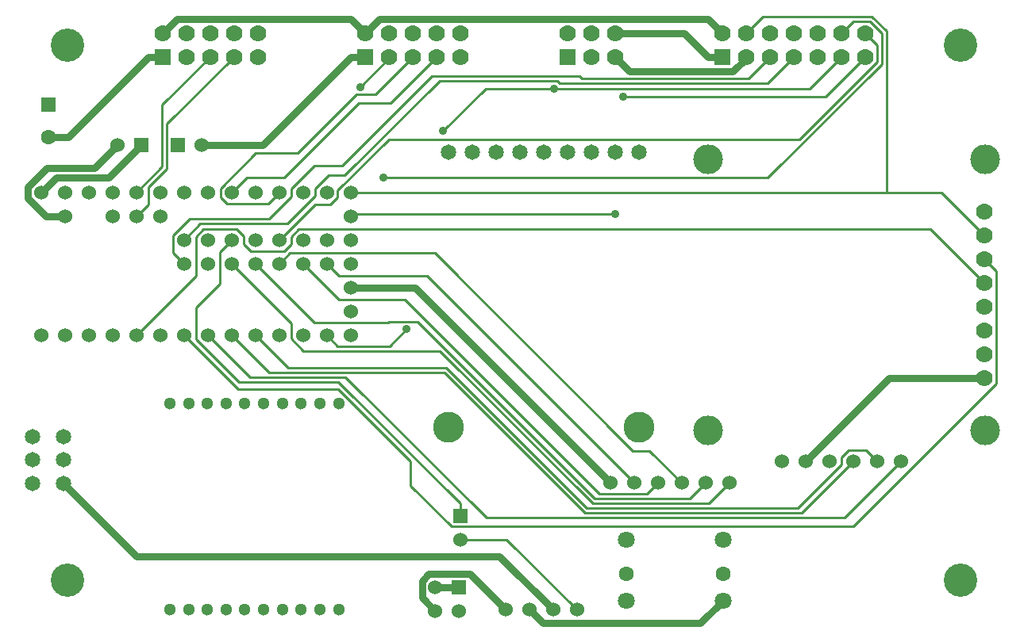
<source format=gtl>
G04 (created by PCBNEW (2013-jul-07)-stable) date Mon 24 Nov 2014 01:20:38 PM PST*
%MOIN*%
G04 Gerber Fmt 3.4, Leading zero omitted, Abs format*
%FSLAX34Y34*%
G01*
G70*
G90*
G04 APERTURE LIST*
%ADD10C,0.00590551*%
%ADD11C,0.0511811*%
%ADD12C,0.06*%
%ADD13R,0.06X0.06*%
%ADD14C,0.0629921*%
%ADD15C,0.0708661*%
%ADD16C,0.065*%
%ADD17C,0.13*%
%ADD18C,0.07*%
%ADD19C,0.125*%
%ADD20R,0.07X0.07*%
%ADD21R,0.063X0.063*%
%ADD22C,0.063*%
%ADD23C,0.14*%
%ADD24C,0.035*%
%ADD25C,0.03*%
%ADD26C,0.01*%
G04 APERTURE END LIST*
G54D10*
G54D11*
X23893Y-27569D03*
X23105Y-27569D03*
X22318Y-27569D03*
X21531Y-27569D03*
X20743Y-27569D03*
X19956Y-27569D03*
X19168Y-27569D03*
X18381Y-27569D03*
X17594Y-27569D03*
X16806Y-27569D03*
X16806Y-36230D03*
X17594Y-36230D03*
X18381Y-36230D03*
X19168Y-36230D03*
X19956Y-36230D03*
X20743Y-36230D03*
X21531Y-36230D03*
X22318Y-36230D03*
X23105Y-36230D03*
X23893Y-36230D03*
G54D12*
X11400Y-24700D03*
X12400Y-24700D03*
X13400Y-24700D03*
X14400Y-24700D03*
X15400Y-24700D03*
X16400Y-24700D03*
X17400Y-24700D03*
X18400Y-24700D03*
X19400Y-24700D03*
X20400Y-24700D03*
X21400Y-24700D03*
X22400Y-24700D03*
X23400Y-24700D03*
X24400Y-24700D03*
X24400Y-23700D03*
X24400Y-22700D03*
X24400Y-21700D03*
X24400Y-20700D03*
X24400Y-19700D03*
X24400Y-18700D03*
X23400Y-18700D03*
X22400Y-18700D03*
X21400Y-18700D03*
X20400Y-18700D03*
X19400Y-18700D03*
X18400Y-18700D03*
X17400Y-18700D03*
X16400Y-18700D03*
X15400Y-18700D03*
X14400Y-18700D03*
X13400Y-18700D03*
X12400Y-18700D03*
X11400Y-18700D03*
X17400Y-21700D03*
X18400Y-21700D03*
X19400Y-21700D03*
X20400Y-21700D03*
X21400Y-21700D03*
X22400Y-21700D03*
X23400Y-21700D03*
X23400Y-20700D03*
X22400Y-20700D03*
X21400Y-20700D03*
X20400Y-20700D03*
X19400Y-20700D03*
X18400Y-20700D03*
X17400Y-20700D03*
X16400Y-19700D03*
X15400Y-19700D03*
X14400Y-19700D03*
X12400Y-19700D03*
X35300Y-30900D03*
X36300Y-30900D03*
X37300Y-30900D03*
X38300Y-30900D03*
X39300Y-30900D03*
X40300Y-30900D03*
X33900Y-36250D03*
X32900Y-36250D03*
X31900Y-36250D03*
X30900Y-36250D03*
G54D13*
X28950Y-35300D03*
G54D12*
X28950Y-36300D03*
X27950Y-35300D03*
X27950Y-36300D03*
G54D13*
X17140Y-16700D03*
G54D12*
X18140Y-16700D03*
G54D13*
X15600Y-16700D03*
G54D12*
X14600Y-16700D03*
G54D13*
X29000Y-32300D03*
G54D12*
X29000Y-33300D03*
X42500Y-30000D03*
X43500Y-30000D03*
X44500Y-30000D03*
X45500Y-30000D03*
X46500Y-30000D03*
X47500Y-30000D03*
G54D14*
X35972Y-34750D03*
X40027Y-34750D03*
G54D15*
X35972Y-33293D03*
X35976Y-35852D03*
X40027Y-33293D03*
X40027Y-35852D03*
G54D16*
X12350Y-30930D03*
X12350Y-29950D03*
X12350Y-28970D03*
X11050Y-28970D03*
X11050Y-29950D03*
X11050Y-30930D03*
X36500Y-17000D03*
X35500Y-17000D03*
X34500Y-17000D03*
X33500Y-17000D03*
X32500Y-17000D03*
X31500Y-17000D03*
X30500Y-17000D03*
X29500Y-17000D03*
G54D17*
X36500Y-28560D03*
X28500Y-28560D03*
G54D16*
X28500Y-17000D03*
G54D18*
X51000Y-19500D03*
X51000Y-20500D03*
X51000Y-21500D03*
X51000Y-22500D03*
X51000Y-23500D03*
X51000Y-24500D03*
X51000Y-25500D03*
X51000Y-26500D03*
G54D19*
X51030Y-17290D03*
X51030Y-28710D03*
X39410Y-17290D03*
X39410Y-28710D03*
G54D20*
X40000Y-13000D03*
G54D18*
X40000Y-12000D03*
X41000Y-13000D03*
X41000Y-12000D03*
X42000Y-13000D03*
X42000Y-12000D03*
X43000Y-13000D03*
X43000Y-12000D03*
X44000Y-13000D03*
X44000Y-12000D03*
X45000Y-13000D03*
X45000Y-12000D03*
X46000Y-13000D03*
X46000Y-12000D03*
G54D20*
X16500Y-13000D03*
G54D18*
X16500Y-12000D03*
X17500Y-13000D03*
X17500Y-12000D03*
X18500Y-13000D03*
X18500Y-12000D03*
X19500Y-13000D03*
X19500Y-12000D03*
X20500Y-13000D03*
X20500Y-12000D03*
G54D20*
X25000Y-13000D03*
G54D18*
X25000Y-12000D03*
X26000Y-13000D03*
X26000Y-12000D03*
X27000Y-13000D03*
X27000Y-12000D03*
X28000Y-13000D03*
X28000Y-12000D03*
X29000Y-13000D03*
X29000Y-12000D03*
G54D20*
X33500Y-13000D03*
G54D18*
X33500Y-12000D03*
X34500Y-13000D03*
X34500Y-12000D03*
X35500Y-13000D03*
X35500Y-12000D03*
G54D21*
X11690Y-14991D03*
G54D22*
X11690Y-16369D03*
G54D23*
X50000Y-35000D03*
X50000Y-12500D03*
X12500Y-35000D03*
X12500Y-12500D03*
G54D24*
X35506Y-19594D03*
X32944Y-14317D03*
X28282Y-16106D03*
X35850Y-14653D03*
X25784Y-18077D03*
X26749Y-24450D03*
X24796Y-14251D03*
G54D25*
X27950Y-35300D02*
X28950Y-35300D01*
X36100Y-13600D02*
X35500Y-13000D01*
X40453Y-13600D02*
X36100Y-13600D01*
X41000Y-13053D02*
X40453Y-13600D01*
X41000Y-13000D02*
X41000Y-13053D01*
X29399Y-34749D02*
X30900Y-36250D01*
X27688Y-34749D02*
X29399Y-34749D01*
X27399Y-35038D02*
X27688Y-34749D01*
X27399Y-35749D02*
X27399Y-35038D01*
X27950Y-36300D02*
X27399Y-35749D01*
G54D26*
X30950Y-33300D02*
X33900Y-36250D01*
X29000Y-33300D02*
X30950Y-33300D01*
G54D25*
X27100Y-22700D02*
X24400Y-22700D01*
X35300Y-30900D02*
X27100Y-22700D01*
X12031Y-18068D02*
X11400Y-18700D01*
X14231Y-18068D02*
X12031Y-18068D01*
X15600Y-16700D02*
X14231Y-18068D01*
X30647Y-33997D02*
X32900Y-36250D01*
X15417Y-33997D02*
X30647Y-33997D01*
X12350Y-30930D02*
X15417Y-33997D01*
X17100Y-11399D02*
X16500Y-12000D01*
X24399Y-11399D02*
X17100Y-11399D01*
X25000Y-12000D02*
X24399Y-11399D01*
X39399Y-11399D02*
X40000Y-12000D01*
X25600Y-11399D02*
X39399Y-11399D01*
X25000Y-12000D02*
X25600Y-11399D01*
G54D26*
X16948Y-21248D02*
X17400Y-21700D01*
X16948Y-20499D02*
X16948Y-21248D01*
X17646Y-19802D02*
X16948Y-20499D01*
X20968Y-19802D02*
X17646Y-19802D01*
X21900Y-18870D02*
X20968Y-19802D01*
X21900Y-18545D02*
X21900Y-18870D01*
X22886Y-17558D02*
X21900Y-18545D01*
X24041Y-17558D02*
X22886Y-17558D01*
X27808Y-13792D02*
X24041Y-17558D01*
X34001Y-13792D02*
X27808Y-13792D01*
X34109Y-13900D02*
X34001Y-13792D01*
X41099Y-13900D02*
X34109Y-13900D01*
X42000Y-13000D02*
X41099Y-13900D01*
X18086Y-20013D02*
X17400Y-20700D01*
X21727Y-20013D02*
X18086Y-20013D01*
X22900Y-18841D02*
X21727Y-20013D01*
X22900Y-18549D02*
X22900Y-18841D01*
X23466Y-17983D02*
X22900Y-18549D01*
X24141Y-17983D02*
X23466Y-17983D01*
X28132Y-13992D02*
X24141Y-17983D01*
X33078Y-13992D02*
X28132Y-13992D01*
X33188Y-14102D02*
X33078Y-13992D01*
X41897Y-14102D02*
X33188Y-14102D01*
X43000Y-13000D02*
X41897Y-14102D01*
X24505Y-19594D02*
X24400Y-19700D01*
X35506Y-19594D02*
X24505Y-19594D01*
X43682Y-14317D02*
X32944Y-14317D01*
X45000Y-13000D02*
X43682Y-14317D01*
X30072Y-14317D02*
X28282Y-16106D01*
X32944Y-14317D02*
X30072Y-14317D01*
X44346Y-14653D02*
X35850Y-14653D01*
X46000Y-13000D02*
X44346Y-14653D01*
X22900Y-19200D02*
X21400Y-20700D01*
X23556Y-19200D02*
X22900Y-19200D01*
X23850Y-18906D02*
X23556Y-19200D01*
X23850Y-18613D02*
X23850Y-18906D01*
X26008Y-16455D02*
X23850Y-18613D01*
X43253Y-16455D02*
X26008Y-16455D01*
X46507Y-13200D02*
X43253Y-16455D01*
X46507Y-12507D02*
X46507Y-13200D01*
X46000Y-12000D02*
X46507Y-12507D01*
X45502Y-11497D02*
X45000Y-12000D01*
X46205Y-11497D02*
X45502Y-11497D01*
X46707Y-11999D02*
X46205Y-11497D01*
X46707Y-13290D02*
X46707Y-11999D01*
X41920Y-18077D02*
X46707Y-13290D01*
X25784Y-18077D02*
X41920Y-18077D01*
X29000Y-32300D02*
X29000Y-31849D01*
X18900Y-21200D02*
X19400Y-20700D01*
X18900Y-22539D02*
X18900Y-21200D01*
X17921Y-23517D02*
X18900Y-22539D01*
X17921Y-24872D02*
X17921Y-23517D01*
X19711Y-26662D02*
X17921Y-24872D01*
X23883Y-26662D02*
X19711Y-26662D01*
X29000Y-31779D02*
X23883Y-26662D01*
X29000Y-31849D02*
X29000Y-31779D01*
X23900Y-22200D02*
X23400Y-21700D01*
X27600Y-22200D02*
X23900Y-22200D01*
X36300Y-30900D02*
X27600Y-22200D01*
X23900Y-23200D02*
X22400Y-21700D01*
X26688Y-23200D02*
X23900Y-23200D01*
X34849Y-31361D02*
X26688Y-23200D01*
X36838Y-31361D02*
X34849Y-31361D01*
X37300Y-30900D02*
X36838Y-31361D01*
X21850Y-21249D02*
X21400Y-21700D01*
X27938Y-21249D02*
X21850Y-21249D01*
X36242Y-29554D02*
X27938Y-21249D01*
X36954Y-29554D02*
X36242Y-29554D01*
X38300Y-30900D02*
X36954Y-29554D01*
X21900Y-24200D02*
X19400Y-21700D01*
X21900Y-24842D02*
X21900Y-24200D01*
X22411Y-25353D02*
X21900Y-24842D01*
X28149Y-25353D02*
X22411Y-25353D01*
X34569Y-31774D02*
X28149Y-25353D01*
X39425Y-31774D02*
X34569Y-31774D01*
X40300Y-30900D02*
X39425Y-31774D01*
X22862Y-24162D02*
X20400Y-21700D01*
X25968Y-24162D02*
X22862Y-24162D01*
X26005Y-24124D02*
X25968Y-24162D01*
X27203Y-24124D02*
X26005Y-24124D01*
X34640Y-31561D02*
X27203Y-24124D01*
X38638Y-31561D02*
X34640Y-31561D01*
X39300Y-30900D02*
X38638Y-31561D01*
X17900Y-22200D02*
X15400Y-24700D01*
X17900Y-20558D02*
X17900Y-22200D01*
X18209Y-20249D02*
X17900Y-20558D01*
X19613Y-20249D02*
X18209Y-20249D01*
X19900Y-20536D02*
X19613Y-20249D01*
X19900Y-20860D02*
X19900Y-20536D01*
X20193Y-21153D02*
X19900Y-20860D01*
X21618Y-21153D02*
X20193Y-21153D01*
X21900Y-20872D02*
X21618Y-21153D01*
X21900Y-20559D02*
X21900Y-20872D01*
X22215Y-20243D02*
X21900Y-20559D01*
X48743Y-20243D02*
X22215Y-20243D01*
X51000Y-22500D02*
X48743Y-20243D01*
X19663Y-26963D02*
X17400Y-24700D01*
X23874Y-26963D02*
X19663Y-26963D01*
X26906Y-29995D02*
X23874Y-26963D01*
X26906Y-31030D02*
X26906Y-29995D01*
X28625Y-32750D02*
X26906Y-31030D01*
X45490Y-32750D02*
X28625Y-32750D01*
X51501Y-26739D02*
X45490Y-32750D01*
X51501Y-22001D02*
X51501Y-26739D01*
X51000Y-21500D02*
X51501Y-22001D01*
X45125Y-32374D02*
X47500Y-30000D01*
X30090Y-32374D02*
X45125Y-32374D01*
X24178Y-26462D02*
X30090Y-32374D01*
X20162Y-26462D02*
X24178Y-26462D01*
X18400Y-24700D02*
X20162Y-26462D01*
X46032Y-29532D02*
X46500Y-30000D01*
X45306Y-29532D02*
X46032Y-29532D01*
X45000Y-29839D02*
X45306Y-29532D01*
X45000Y-30140D02*
X45000Y-29839D01*
X43165Y-31974D02*
X45000Y-30140D01*
X34321Y-31974D02*
X43165Y-31974D01*
X28409Y-26062D02*
X34321Y-31974D01*
X21762Y-26062D02*
X28409Y-26062D01*
X20400Y-24700D02*
X21762Y-26062D01*
X43325Y-32174D02*
X45500Y-30000D01*
X34238Y-32174D02*
X43325Y-32174D01*
X28326Y-26262D02*
X34238Y-32174D01*
X20962Y-26262D02*
X28326Y-26262D01*
X19400Y-24700D02*
X20962Y-26262D01*
X26047Y-25151D02*
X26749Y-24450D01*
X23851Y-25151D02*
X26047Y-25151D01*
X23400Y-24700D02*
X23851Y-25151D01*
X26000Y-13048D02*
X24796Y-14251D01*
X26000Y-13000D02*
X26000Y-13048D01*
X25423Y-14576D02*
X27000Y-13000D01*
X24647Y-14576D02*
X25423Y-14576D01*
X22182Y-17041D02*
X24647Y-14576D01*
X20419Y-17041D02*
X22182Y-17041D01*
X18936Y-18524D02*
X20419Y-17041D01*
X18936Y-18892D02*
X18936Y-18524D01*
X19196Y-19151D02*
X18936Y-18892D01*
X20948Y-19151D02*
X19196Y-19151D01*
X21400Y-18700D02*
X20948Y-19151D01*
X20046Y-18053D02*
X19400Y-18700D01*
X21617Y-18053D02*
X20046Y-18053D01*
X24740Y-14930D02*
X21617Y-18053D01*
X26069Y-14930D02*
X24740Y-14930D01*
X28000Y-13000D02*
X26069Y-14930D01*
X16489Y-17610D02*
X15400Y-18700D01*
X16489Y-15010D02*
X16489Y-17610D01*
X18500Y-13000D02*
X16489Y-15010D01*
X16689Y-15810D02*
X19500Y-13000D01*
X16689Y-17693D02*
X16689Y-15810D01*
X15900Y-18483D02*
X16689Y-17693D01*
X15900Y-19200D02*
X15900Y-18483D01*
X15400Y-19700D02*
X15900Y-19200D01*
X41703Y-11296D02*
X41000Y-12000D01*
X46287Y-11296D02*
X41703Y-11296D01*
X46907Y-11916D02*
X46287Y-11296D01*
X46907Y-18700D02*
X46907Y-11916D01*
X49200Y-18700D02*
X46907Y-18700D01*
X51000Y-20500D02*
X49200Y-18700D01*
X46907Y-18700D02*
X24400Y-18700D01*
G54D25*
X13631Y-17668D02*
X14600Y-16700D01*
X11648Y-17668D02*
X13631Y-17668D01*
X10847Y-18469D02*
X11648Y-17668D01*
X10847Y-18927D02*
X10847Y-18469D01*
X11620Y-19700D02*
X10847Y-18927D01*
X12400Y-19700D02*
X11620Y-19700D01*
X20699Y-16700D02*
X18140Y-16700D01*
X24399Y-13000D02*
X20699Y-16700D01*
X25000Y-13000D02*
X24399Y-13000D01*
X38399Y-12000D02*
X39399Y-13000D01*
X35500Y-12000D02*
X38399Y-12000D01*
X40000Y-13000D02*
X39399Y-13000D01*
X47000Y-26500D02*
X51000Y-26500D01*
X43500Y-30000D02*
X47000Y-26500D01*
X39072Y-36807D02*
X40027Y-35852D01*
X32457Y-36807D02*
X39072Y-36807D01*
X31900Y-36250D02*
X32457Y-36807D01*
X12530Y-16369D02*
X15899Y-13000D01*
X11690Y-16369D02*
X12530Y-16369D01*
X16500Y-13000D02*
X15899Y-13000D01*
M02*

</source>
